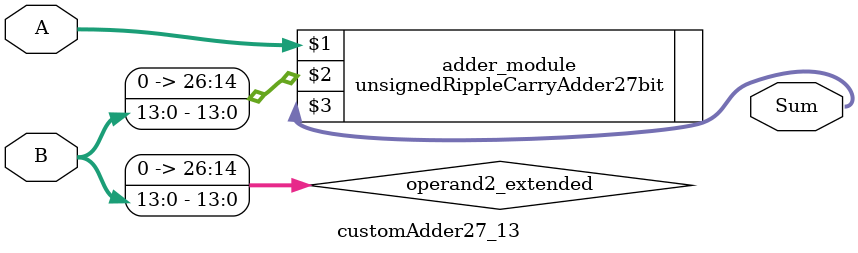
<source format=v>

module customAdder27_13(
                    input [26 : 0] A,
                    input [13 : 0] B,
                    
                    output [27 : 0] Sum
            );

    wire [26 : 0] operand2_extended;
    
    assign operand2_extended =  {13'b0, B};
    
    unsignedRippleCarryAdder27bit adder_module(
        A,
        operand2_extended,
        Sum
    );
    
endmodule
        
</source>
